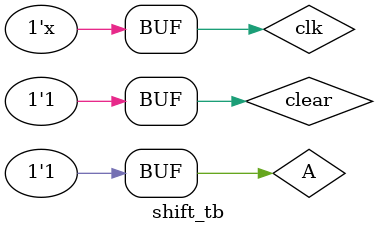
<source format=v>
`timescale 1ns / 1ps


module shift_reg(clk, clear, E,A);

input clk,clear,A;
output reg E;
reg B,C,D;

always @(posedge clk,negedge clear)
begin
if (!clear) 
begin 
B=0; C=0;D=0;
end 
else 
begin 
 E<=D;
 D<=C;
 C<=B;
 B<=A;
 end 
 end
 endmodule

module shift_tb; 

reg clk,clear,A; 
wire E; 

integer i;

shift_reg SR(.clk(clk),.clear(clear),.A(A),.E(E)); 

initial
begin 
clk=1'b0; #2 clear=0; #5 clear=1; 
end

always #5 clk=~clk;

initial 
begin
repeat(2)
begin
#10 A=0; #10 A=0; #10 A=1; #10 A=1;
end
end

initial 
begin
$dumpfile("shift_tb.vcd");
$dumpvars (0,shift_tb);
end
endmodule

</source>
